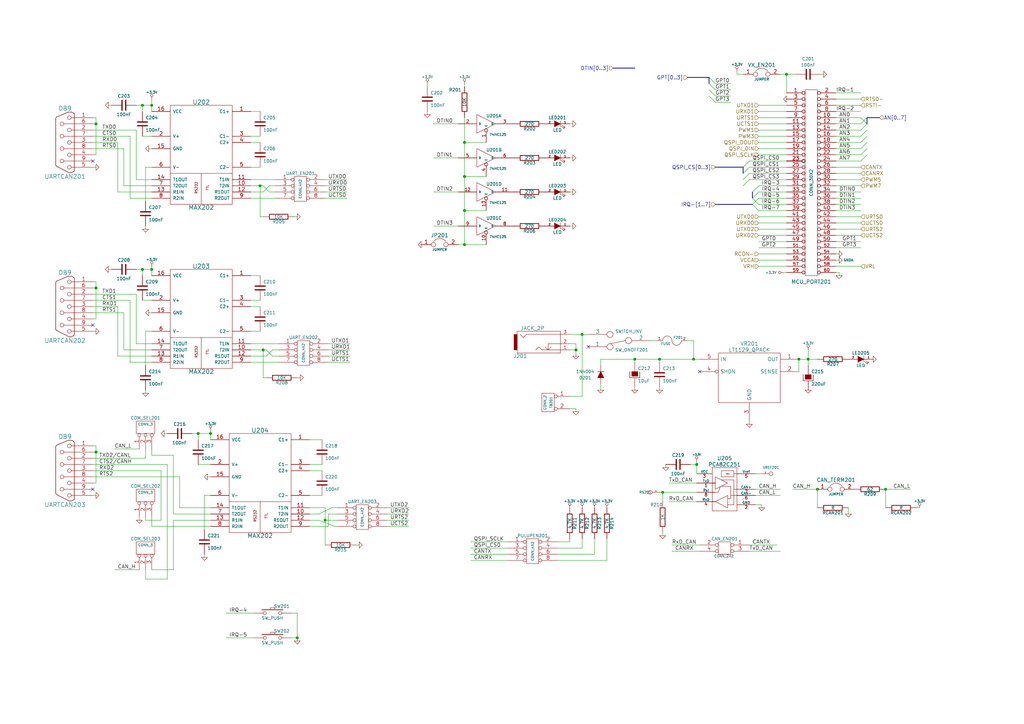
<source format=kicad_sch>
(kicad_sch (version 20210621) (generator eeschema)
  (paper "A3")
  (title_block (title "Dev kit coldfire 5213") (date "Sun 22 Mar 2015") (rev "0"))
  (junction (at 39.37 50.8) (diameter 1.016))
  (junction (at 39.37 118.11) (diameter 1.016))
  (junction (at 39.37 185.42) (diameter 1.016))
  (junction (at 58.42 43.18) (diameter 1.016))
  (junction (at 58.42 110.49) (diameter 1.016))
  (junction (at 62.23 43.18) (diameter 1.016))
  (junction (at 62.23 110.49) (diameter 1.016))
  (junction (at 81.28 177.8) (diameter 1.016))
  (junction (at 86.36 177.8) (diameter 1.016))
  (junction (at 106.68 76.2) (diameter 1.016))
  (junction (at 107.95 143.51) (diameter 1.016))
  (junction (at 121.92 261.62) (diameter 1.016))
  (junction (at 133.35 213.36) (diameter 1.016))
  (junction (at 190.5 58.42) (diameter 1.016))
  (junction (at 190.5 72.39) (diameter 1.016))
  (junction (at 190.5 86.36) (diameter 1.016))
  (junction (at 190.5 100.33) (diameter 1.016))
  (junction (at 236.22 143.51) (diameter 1.016))
  (junction (at 238.76 137.16) (diameter 1.016))
  (junction (at 260.35 147.32) (diameter 1.016))
  (junction (at 270.51 147.32) (diameter 1.016))
  (junction (at 271.78 201.93) (diameter 1.016))
  (junction (at 284.48 147.32) (diameter 1.016))
  (junction (at 285.75 190.5) (diameter 1.016))
  (junction (at 322.58 30.48) (diameter 1.016))
  (junction (at 327.66 147.32) (diameter 1.016))
  (junction (at 331.47 147.32) (diameter 1.016))
  (junction (at 335.28 200.66) (diameter 1.016))
  (junction (at 363.22 200.66) (diameter 1.016))
  (no_connect (at 38.1 66.04))
  (no_connect (at 38.1 133.35))
  (no_connect (at 38.1 200.66))
  (no_connect (at 241.3 142.24))
  (no_connect (at 287.02 152.4))
  (bus_entry (at 293.37 34.29) (size -2.54 -2.54) (stroke (width 0.1524)))
  (bus_entry (at 293.37 36.83) (size -2.54 -2.54) (stroke (width 0.1524)))
  (bus_entry (at 293.37 39.37) (size -2.54 -2.54) (stroke (width 0.1524)))
  (bus_entry (at 293.37 41.91) (size -2.54 -2.54) (stroke (width 0.1524)))
  (bus_entry (at 304.8 68.58) (size 2.54 -2.54) (stroke (width 0.1524)))
  (bus_entry (at 304.8 71.12) (size 2.54 -2.54) (stroke (width 0.1524)))
  (bus_entry (at 304.8 73.66) (size 2.54 -2.54) (stroke (width 0.1524)))
  (bus_entry (at 304.8 76.2) (size 2.54 -2.54) (stroke (width 0.1524)))
  (bus_entry (at 308.61 78.74) (size 2.54 -2.54) (stroke (width 0.1524)))
  (bus_entry (at 308.61 81.28) (size 2.54 -2.54) (stroke (width 0.1524)))
  (bus_entry (at 308.61 83.82) (size 2.54 -2.54) (stroke (width 0.1524)))
  (bus_entry (at 311.15 83.82) (size -2.54 -2.54) (stroke (width 0.1524)))
  (bus_entry (at 311.15 86.36) (size -2.54 -2.54) (stroke (width 0.1524)))
  (bus_entry (at 353.06 48.26) (size 2.54 2.54) (stroke (width 0.1524)))
  (bus_entry (at 353.06 50.8) (size 2.54 -2.54) (stroke (width 0.1524)))
  (bus_entry (at 353.06 53.34) (size 2.54 -2.54) (stroke (width 0.1524)))
  (bus_entry (at 353.06 55.88) (size 2.54 -2.54) (stroke (width 0.1524)))
  (bus_entry (at 353.06 58.42) (size 2.54 -2.54) (stroke (width 0.1524)))
  (bus_entry (at 353.06 60.96) (size 2.54 -2.54) (stroke (width 0.1524)))
  (bus_entry (at 353.06 63.5) (size 2.54 -2.54) (stroke (width 0.1524)))
  (bus_entry (at 353.06 66.04) (size 2.54 -2.54) (stroke (width 0.1524)))
  (wire (pts (xy 38.1 48.26) (xy 39.37 48.26)))
  (wire (pts (xy 38.1 50.8) (xy 39.37 50.8)))
  (wire (pts (xy 38.1 53.34) (xy 55.88 53.34)))
  (wire (pts (xy 38.1 58.42) (xy 48.26 58.42)))
  (wire (pts (xy 38.1 60.96) (xy 50.8 60.96)))
  (wire (pts (xy 38.1 115.57) (xy 39.37 115.57)))
  (wire (pts (xy 38.1 118.11) (xy 39.37 118.11)))
  (wire (pts (xy 38.1 120.65) (xy 55.88 120.65)))
  (wire (pts (xy 38.1 125.73) (xy 48.26 125.73)))
  (wire (pts (xy 38.1 128.27) (xy 50.8 128.27)))
  (wire (pts (xy 38.1 182.88) (xy 39.37 182.88)))
  (wire (pts (xy 38.1 185.42) (xy 39.37 185.42)))
  (wire (pts (xy 39.37 48.26) (xy 39.37 50.8)))
  (wire (pts (xy 39.37 50.8) (xy 39.37 63.5)))
  (wire (pts (xy 39.37 63.5) (xy 38.1 63.5)))
  (wire (pts (xy 39.37 68.58) (xy 38.1 68.58)))
  (wire (pts (xy 39.37 115.57) (xy 39.37 118.11)))
  (wire (pts (xy 39.37 118.11) (xy 39.37 130.81)))
  (wire (pts (xy 39.37 130.81) (xy 38.1 130.81)))
  (wire (pts (xy 39.37 135.89) (xy 38.1 135.89)))
  (wire (pts (xy 39.37 182.88) (xy 39.37 185.42)))
  (wire (pts (xy 39.37 185.42) (xy 39.37 198.12)))
  (wire (pts (xy 39.37 198.12) (xy 38.1 198.12)))
  (wire (pts (xy 39.37 203.2) (xy 38.1 203.2)))
  (wire (pts (xy 44.45 43.18) (xy 45.72 43.18)))
  (wire (pts (xy 44.45 110.49) (xy 45.72 110.49)))
  (wire (pts (xy 48.26 58.42) (xy 48.26 78.74)))
  (wire (pts (xy 48.26 78.74) (xy 62.23 78.74)))
  (wire (pts (xy 48.26 125.73) (xy 48.26 146.05)))
  (wire (pts (xy 48.26 146.05) (xy 62.23 146.05)))
  (wire (pts (xy 50.8 60.96) (xy 50.8 76.2)))
  (wire (pts (xy 50.8 76.2) (xy 62.23 76.2)))
  (wire (pts (xy 50.8 128.27) (xy 50.8 143.51)))
  (wire (pts (xy 50.8 143.51) (xy 62.23 143.51)))
  (wire (pts (xy 53.34 55.88) (xy 38.1 55.88)))
  (wire (pts (xy 53.34 81.28) (xy 53.34 55.88)))
  (wire (pts (xy 53.34 123.19) (xy 38.1 123.19)))
  (wire (pts (xy 53.34 148.59) (xy 53.34 123.19)))
  (wire (pts (xy 55.88 43.18) (xy 58.42 43.18)))
  (wire (pts (xy 55.88 53.34) (xy 55.88 73.66)))
  (wire (pts (xy 55.88 73.66) (xy 62.23 73.66)))
  (wire (pts (xy 55.88 110.49) (xy 58.42 110.49)))
  (wire (pts (xy 55.88 120.65) (xy 55.88 140.97)))
  (wire (pts (xy 55.88 140.97) (xy 62.23 140.97)))
  (wire (pts (xy 57.15 184.15) (xy 46.99 184.15)))
  (wire (pts (xy 57.15 213.36) (xy 57.15 212.09)))
  (wire (pts (xy 57.15 233.68) (xy 46.99 233.68)))
  (wire (pts (xy 58.42 43.18) (xy 62.23 43.18)))
  (wire (pts (xy 58.42 45.72) (xy 58.42 43.18)))
  (wire (pts (xy 58.42 110.49) (xy 62.23 110.49)))
  (wire (pts (xy 58.42 113.03) (xy 58.42 110.49)))
  (wire (pts (xy 59.69 68.58) (xy 62.23 68.58)))
  (wire (pts (xy 59.69 82.55) (xy 59.69 68.58)))
  (wire (pts (xy 59.69 92.71) (xy 59.69 93.98)))
  (wire (pts (xy 59.69 135.89) (xy 62.23 135.89)))
  (wire (pts (xy 59.69 149.86) (xy 59.69 135.89)))
  (wire (pts (xy 59.69 160.02) (xy 59.69 161.29)))
  (wire (pts (xy 59.69 184.15) (xy 59.69 187.96)))
  (wire (pts (xy 59.69 187.96) (xy 38.1 187.96)))
  (wire (pts (xy 59.69 212.09) (xy 59.69 213.36)))
  (wire (pts (xy 59.69 213.36) (xy 66.04 213.36)))
  (wire (pts (xy 59.69 233.68) (xy 59.69 237.49)))
  (wire (pts (xy 59.69 237.49) (xy 68.58 237.49)))
  (wire (pts (xy 60.96 60.96) (xy 62.23 60.96)))
  (wire (pts (xy 60.96 128.27) (xy 62.23 128.27)))
  (wire (pts (xy 62.23 40.64) (xy 62.23 43.18)))
  (wire (pts (xy 62.23 43.18) (xy 62.23 45.72)))
  (wire (pts (xy 62.23 55.88) (xy 58.42 55.88)))
  (wire (pts (xy 62.23 81.28) (xy 53.34 81.28)))
  (wire (pts (xy 62.23 109.22) (xy 62.23 110.49)))
  (wire (pts (xy 62.23 110.49) (xy 62.23 113.03)))
  (wire (pts (xy 62.23 123.19) (xy 58.42 123.19)))
  (wire (pts (xy 62.23 148.59) (xy 53.34 148.59)))
  (wire (pts (xy 62.23 186.69) (xy 62.23 184.15)))
  (wire (pts (xy 62.23 212.09) (xy 62.23 215.9)))
  (wire (pts (xy 62.23 215.9) (xy 86.36 215.9)))
  (wire (pts (xy 62.23 233.68) (xy 71.12 233.68)))
  (wire (pts (xy 66.04 193.04) (xy 38.1 193.04)))
  (wire (pts (xy 66.04 213.36) (xy 66.04 193.04)))
  (wire (pts (xy 67.31 177.8) (xy 68.58 177.8)))
  (wire (pts (xy 68.58 190.5) (xy 38.1 190.5)))
  (wire (pts (xy 68.58 237.49) (xy 68.58 190.5)))
  (wire (pts (xy 71.12 186.69) (xy 62.23 186.69)))
  (wire (pts (xy 71.12 210.82) (xy 71.12 186.69)))
  (wire (pts (xy 71.12 213.36) (xy 86.36 213.36)))
  (wire (pts (xy 71.12 233.68) (xy 71.12 213.36)))
  (wire (pts (xy 73.66 195.58) (xy 38.1 195.58)))
  (wire (pts (xy 73.66 208.28) (xy 73.66 195.58)))
  (wire (pts (xy 73.66 208.28) (xy 86.36 208.28)))
  (wire (pts (xy 78.74 177.8) (xy 81.28 177.8)))
  (wire (pts (xy 81.28 177.8) (xy 81.28 180.34)))
  (wire (pts (xy 81.28 177.8) (xy 86.36 177.8)))
  (wire (pts (xy 83.82 203.2) (xy 86.36 203.2)))
  (wire (pts (xy 83.82 217.17) (xy 83.82 203.2)))
  (wire (pts (xy 83.82 228.6) (xy 83.82 227.33)))
  (wire (pts (xy 85.09 195.58) (xy 86.36 195.58)))
  (wire (pts (xy 86.36 176.53) (xy 86.36 177.8)))
  (wire (pts (xy 86.36 177.8) (xy 86.36 180.34)))
  (wire (pts (xy 86.36 190.5) (xy 81.28 190.5)))
  (wire (pts (xy 86.36 210.82) (xy 71.12 210.82)))
  (wire (pts (xy 92.71 251.46) (xy 104.14 251.46)))
  (wire (pts (xy 92.71 261.62) (xy 104.14 261.62)))
  (wire (pts (xy 102.87 73.66) (xy 113.03 73.66)))
  (wire (pts (xy 102.87 76.2) (xy 106.68 76.2)))
  (wire (pts (xy 102.87 81.28) (xy 113.03 81.28)))
  (wire (pts (xy 102.87 140.97) (xy 114.3 140.97)))
  (wire (pts (xy 102.87 143.51) (xy 107.95 143.51)))
  (wire (pts (xy 102.87 148.59) (xy 114.3 148.59)))
  (wire (pts (xy 106.68 45.72) (xy 102.87 45.72)))
  (wire (pts (xy 106.68 55.88) (xy 102.87 55.88)))
  (wire (pts (xy 106.68 58.42) (xy 102.87 58.42)))
  (wire (pts (xy 106.68 68.58) (xy 102.87 68.58)))
  (wire (pts (xy 106.68 76.2) (xy 106.68 88.9)))
  (wire (pts (xy 106.68 76.2) (xy 107.95 76.2)))
  (wire (pts (xy 106.68 88.9) (xy 107.95 88.9)))
  (wire (pts (xy 106.68 113.03) (xy 102.87 113.03)))
  (wire (pts (xy 106.68 123.19) (xy 102.87 123.19)))
  (wire (pts (xy 106.68 125.73) (xy 102.87 125.73)))
  (wire (pts (xy 106.68 135.89) (xy 102.87 135.89)))
  (wire (pts (xy 107.95 78.74) (xy 102.87 78.74)))
  (wire (pts (xy 107.95 143.51) (xy 109.22 143.51)))
  (wire (pts (xy 107.95 154.94) (xy 107.95 143.51)))
  (wire (pts (xy 109.22 146.05) (xy 102.87 146.05)))
  (wire (pts (xy 109.22 154.94) (xy 107.95 154.94)))
  (wire (pts (xy 110.49 76.2) (xy 107.95 78.74)))
  (wire (pts (xy 110.49 78.74) (xy 107.95 76.2)))
  (wire (pts (xy 111.76 143.51) (xy 109.22 146.05)))
  (wire (pts (xy 111.76 146.05) (xy 109.22 143.51)))
  (wire (pts (xy 113.03 76.2) (xy 110.49 76.2)))
  (wire (pts (xy 113.03 78.74) (xy 110.49 78.74)))
  (wire (pts (xy 114.3 143.51) (xy 111.76 143.51)))
  (wire (pts (xy 114.3 146.05) (xy 111.76 146.05)))
  (wire (pts (xy 119.38 261.62) (xy 121.92 261.62)))
  (wire (pts (xy 120.65 88.9) (xy 121.92 88.9)))
  (wire (pts (xy 121.92 251.46) (xy 119.38 251.46)))
  (wire (pts (xy 121.92 251.46) (xy 121.92 261.62)))
  (wire (pts (xy 121.92 261.62) (xy 121.92 262.89)))
  (wire (pts (xy 123.19 154.94) (xy 121.92 154.94)))
  (wire (pts (xy 127 210.82) (xy 130.81 210.82)))
  (wire (pts (xy 127 215.9) (xy 134.62 215.9)))
  (wire (pts (xy 130.81 213.36) (xy 127 213.36)))
  (wire (pts (xy 132.08 180.34) (xy 127 180.34)))
  (wire (pts (xy 132.08 190.5) (xy 127 190.5)))
  (wire (pts (xy 132.08 193.04) (xy 127 193.04)))
  (wire (pts (xy 132.08 203.2) (xy 127 203.2)))
  (wire (pts (xy 133.35 208.28) (xy 127 208.28)))
  (wire (pts (xy 133.35 208.28) (xy 133.35 213.36)))
  (wire (pts (xy 133.35 213.36) (xy 133.35 223.52)))
  (wire (pts (xy 134.62 210.82) (xy 138.43 210.82)))
  (wire (pts (xy 134.62 215.9) (xy 134.62 210.82)))
  (wire (pts (xy 135.89 208.28) (xy 130.81 210.82)))
  (wire (pts (xy 137.16 215.9) (xy 130.81 213.36)))
  (wire (pts (xy 138.43 208.28) (xy 135.89 208.28)))
  (wire (pts (xy 138.43 213.36) (xy 133.35 213.36)))
  (wire (pts (xy 138.43 215.9) (xy 137.16 215.9)))
  (wire (pts (xy 142.24 73.66) (xy 133.35 73.66)))
  (wire (pts (xy 142.24 76.2) (xy 133.35 76.2)))
  (wire (pts (xy 142.24 78.74) (xy 133.35 78.74)))
  (wire (pts (xy 142.24 81.28) (xy 133.35 81.28)))
  (wire (pts (xy 143.51 140.97) (xy 134.62 140.97)))
  (wire (pts (xy 143.51 143.51) (xy 134.62 143.51)))
  (wire (pts (xy 143.51 146.05) (xy 134.62 146.05)))
  (wire (pts (xy 143.51 148.59) (xy 134.62 148.59)))
  (wire (pts (xy 147.32 223.52) (xy 146.05 223.52)))
  (wire (pts (xy 167.64 208.28) (xy 158.75 208.28)))
  (wire (pts (xy 167.64 210.82) (xy 158.75 210.82)))
  (wire (pts (xy 167.64 213.36) (xy 158.75 213.36)))
  (wire (pts (xy 167.64 215.9) (xy 158.75 215.9)))
  (wire (pts (xy 175.26 34.29) (xy 175.26 35.56)))
  (wire (pts (xy 175.26 45.72) (xy 175.26 46.99)))
  (wire (pts (xy 187.96 50.8) (xy 177.8 50.8)))
  (wire (pts (xy 187.96 64.77) (xy 177.8 64.77)))
  (wire (pts (xy 187.96 78.74) (xy 177.8 78.74)))
  (wire (pts (xy 187.96 92.71) (xy 177.8 92.71)))
  (wire (pts (xy 187.96 100.33) (xy 190.5 100.33)))
  (wire (pts (xy 190.5 34.29) (xy 190.5 35.56)))
  (wire (pts (xy 190.5 48.26) (xy 190.5 58.42)))
  (wire (pts (xy 190.5 58.42) (xy 190.5 72.39)))
  (wire (pts (xy 190.5 72.39) (xy 190.5 86.36)))
  (wire (pts (xy 190.5 72.39) (xy 199.39 72.39)))
  (wire (pts (xy 190.5 86.36) (xy 190.5 100.33)))
  (wire (pts (xy 190.5 86.36) (xy 199.39 86.36)))
  (wire (pts (xy 190.5 100.33) (xy 199.39 100.33)))
  (wire (pts (xy 199.39 58.42) (xy 190.5 58.42)))
  (wire (pts (xy 208.28 222.25) (xy 193.04 222.25)))
  (wire (pts (xy 208.28 224.79) (xy 193.04 224.79)))
  (wire (pts (xy 208.28 227.33) (xy 193.04 227.33)))
  (wire (pts (xy 208.28 229.87) (xy 193.04 229.87)))
  (wire (pts (xy 228.6 224.79) (xy 238.76 224.79)))
  (wire (pts (xy 228.6 229.87) (xy 248.92 229.87)))
  (wire (pts (xy 233.68 137.16) (xy 238.76 137.16)))
  (wire (pts (xy 233.68 143.51) (xy 236.22 143.51)))
  (wire (pts (xy 233.68 220.98) (xy 233.68 222.25)))
  (wire (pts (xy 233.68 222.25) (xy 228.6 222.25)))
  (wire (pts (xy 234.95 50.8) (xy 233.68 50.8)))
  (wire (pts (xy 234.95 64.77) (xy 233.68 64.77)))
  (wire (pts (xy 234.95 78.74) (xy 233.68 78.74)))
  (wire (pts (xy 234.95 92.71) (xy 233.68 92.71)))
  (wire (pts (xy 236.22 140.97) (xy 233.68 140.97)))
  (wire (pts (xy 236.22 140.97) (xy 236.22 143.51)))
  (wire (pts (xy 236.22 143.51) (xy 236.22 146.05)))
  (wire (pts (xy 236.22 167.64) (xy 233.68 167.64)))
  (wire (pts (xy 236.22 168.91) (xy 236.22 167.64)))
  (wire (pts (xy 238.76 137.16) (xy 241.3 137.16)))
  (wire (pts (xy 238.76 162.56) (xy 233.68 162.56)))
  (wire (pts (xy 238.76 162.56) (xy 238.76 137.16)))
  (wire (pts (xy 238.76 224.79) (xy 238.76 220.98)))
  (wire (pts (xy 243.84 220.98) (xy 243.84 227.33)))
  (wire (pts (xy 243.84 227.33) (xy 228.6 227.33)))
  (wire (pts (xy 246.38 147.32) (xy 246.38 149.86)))
  (wire (pts (xy 246.38 147.32) (xy 260.35 147.32)))
  (wire (pts (xy 246.38 160.02) (xy 246.38 157.48)))
  (wire (pts (xy 248.92 229.87) (xy 248.92 220.98)))
  (wire (pts (xy 260.35 147.32) (xy 260.35 148.59)))
  (wire (pts (xy 260.35 147.32) (xy 270.51 147.32)))
  (wire (pts (xy 260.35 160.02) (xy 260.35 158.75)))
  (wire (pts (xy 269.24 139.7) (xy 266.7 139.7)))
  (wire (pts (xy 270.51 147.32) (xy 270.51 148.59)))
  (wire (pts (xy 270.51 147.32) (xy 284.48 147.32)))
  (wire (pts (xy 270.51 160.02) (xy 270.51 158.75)))
  (wire (pts (xy 270.51 201.93) (xy 271.78 201.93)))
  (wire (pts (xy 271.78 201.93) (xy 285.75 201.93)))
  (wire (pts (xy 271.78 205.74) (xy 271.78 201.93)))
  (wire (pts (xy 271.78 219.71) (xy 271.78 218.44)))
  (wire (pts (xy 273.05 190.5) (xy 273.05 191.77)))
  (wire (pts (xy 274.32 198.12) (xy 285.75 198.12)))
  (wire (pts (xy 275.59 223.52) (xy 287.02 223.52)))
  (wire (pts (xy 281.94 139.7) (xy 284.48 139.7)))
  (wire (pts (xy 283.21 190.5) (xy 285.75 190.5)))
  (wire (pts (xy 284.48 139.7) (xy 284.48 147.32)))
  (wire (pts (xy 284.48 147.32) (xy 287.02 147.32)))
  (wire (pts (xy 285.75 189.23) (xy 285.75 190.5)))
  (wire (pts (xy 285.75 190.5) (xy 285.75 194.31)))
  (wire (pts (xy 285.75 205.74) (xy 274.32 205.74)))
  (wire (pts (xy 287.02 226.06) (xy 275.59 226.06)))
  (wire (pts (xy 299.72 34.29) (xy 293.37 34.29)))
  (wire (pts (xy 299.72 36.83) (xy 293.37 36.83)))
  (wire (pts (xy 299.72 39.37) (xy 293.37 39.37)))
  (wire (pts (xy 299.72 41.91) (xy 293.37 41.91)))
  (wire (pts (xy 302.26 29.21) (xy 302.26 30.48)))
  (wire (pts (xy 302.26 30.48) (xy 304.8 30.48)))
  (wire (pts (xy 307.34 66.04) (xy 322.58 66.04)))
  (wire (pts (xy 307.34 68.58) (xy 322.58 68.58)))
  (wire (pts (xy 307.34 71.12) (xy 322.58 71.12)))
  (wire (pts (xy 307.34 73.66) (xy 322.58 73.66)))
  (wire (pts (xy 307.34 172.72) (xy 307.34 173.99)))
  (wire (pts (xy 307.34 226.06) (xy 320.04 226.06)))
  (wire (pts (xy 311.15 43.18) (xy 322.58 43.18)))
  (wire (pts (xy 311.15 45.72) (xy 322.58 45.72)))
  (wire (pts (xy 311.15 48.26) (xy 322.58 48.26)))
  (wire (pts (xy 311.15 50.8) (xy 322.58 50.8)))
  (wire (pts (xy 311.15 53.34) (xy 322.58 53.34)))
  (wire (pts (xy 311.15 55.88) (xy 322.58 55.88)))
  (wire (pts (xy 311.15 58.42) (xy 322.58 58.42)))
  (wire (pts (xy 311.15 60.96) (xy 322.58 60.96)))
  (wire (pts (xy 311.15 63.5) (xy 322.58 63.5)))
  (wire (pts (xy 311.15 76.2) (xy 322.58 76.2)))
  (wire (pts (xy 311.15 78.74) (xy 322.58 78.74)))
  (wire (pts (xy 311.15 81.28) (xy 322.58 81.28)))
  (wire (pts (xy 311.15 83.82) (xy 322.58 83.82)))
  (wire (pts (xy 311.15 86.36) (xy 322.58 86.36)))
  (wire (pts (xy 311.15 88.9) (xy 322.58 88.9)))
  (wire (pts (xy 311.15 91.44) (xy 322.58 91.44)))
  (wire (pts (xy 311.15 93.98) (xy 322.58 93.98)))
  (wire (pts (xy 311.15 96.52) (xy 322.58 96.52)))
  (wire (pts (xy 311.15 99.06) (xy 322.58 99.06)))
  (wire (pts (xy 311.15 101.6) (xy 322.58 101.6)))
  (wire (pts (xy 311.15 104.14) (xy 322.58 104.14)))
  (wire (pts (xy 311.15 106.68) (xy 322.58 106.68)))
  (wire (pts (xy 311.15 109.22) (xy 322.58 109.22)))
  (wire (pts (xy 312.42 194.31) (xy 309.88 194.31)))
  (wire (pts (xy 312.42 207.01) (xy 309.88 207.01)))
  (wire (pts (xy 312.42 208.28) (xy 312.42 207.01)))
  (wire (pts (xy 318.77 223.52) (xy 307.34 223.52)))
  (wire (pts (xy 320.04 30.48) (xy 322.58 30.48)))
  (wire (pts (xy 320.04 200.66) (xy 309.88 200.66)))
  (wire (pts (xy 320.04 203.2) (xy 309.88 203.2)))
  (wire (pts (xy 321.31 111.76) (xy 322.58 111.76)))
  (wire (pts (xy 322.58 30.48) (xy 326.39 30.48)))
  (wire (pts (xy 322.58 38.1) (xy 322.58 30.48)))
  (wire (pts (xy 325.12 200.66) (xy 335.28 200.66)))
  (wire (pts (xy 327.66 147.32) (xy 327.66 152.4)))
  (wire (pts (xy 327.66 147.32) (xy 331.47 147.32)))
  (wire (pts (xy 331.47 143.51) (xy 331.47 147.32)))
  (wire (pts (xy 331.47 147.32) (xy 331.47 149.86)))
  (wire (pts (xy 331.47 147.32) (xy 335.28 147.32)))
  (wire (pts (xy 335.28 200.66) (xy 335.28 208.28)))
  (wire (pts (xy 337.82 30.48) (xy 336.55 30.48)))
  (wire (pts (xy 342.9 40.64) (xy 353.06 40.64)))
  (wire (pts (xy 342.9 43.18) (xy 353.06 43.18)))
  (wire (pts (xy 342.9 68.58) (xy 353.06 68.58)))
  (wire (pts (xy 342.9 71.12) (xy 353.06 71.12)))
  (wire (pts (xy 344.17 104.14) (xy 342.9 104.14)))
  (wire (pts (xy 344.17 106.68) (xy 342.9 106.68)))
  (wire (pts (xy 344.17 111.76) (xy 342.9 111.76)))
  (wire (pts (xy 344.17 113.03) (xy 344.17 111.76)))
  (wire (pts (xy 347.98 208.28) (xy 347.98 210.82)))
  (wire (pts (xy 353.06 38.1) (xy 342.9 38.1)))
  (wire (pts (xy 353.06 45.72) (xy 342.9 45.72)))
  (wire (pts (xy 353.06 48.26) (xy 342.9 48.26)))
  (wire (pts (xy 353.06 50.8) (xy 342.9 50.8)))
  (wire (pts (xy 353.06 53.34) (xy 342.9 53.34)))
  (wire (pts (xy 353.06 55.88) (xy 342.9 55.88)))
  (wire (pts (xy 353.06 58.42) (xy 342.9 58.42)))
  (wire (pts (xy 353.06 60.96) (xy 342.9 60.96)))
  (wire (pts (xy 353.06 63.5) (xy 342.9 63.5)))
  (wire (pts (xy 353.06 66.04) (xy 342.9 66.04)))
  (wire (pts (xy 353.06 73.66) (xy 342.9 73.66)))
  (wire (pts (xy 353.06 76.2) (xy 342.9 76.2)))
  (wire (pts (xy 353.06 78.74) (xy 342.9 78.74)))
  (wire (pts (xy 353.06 81.28) (xy 342.9 81.28)))
  (wire (pts (xy 353.06 83.82) (xy 342.9 83.82)))
  (wire (pts (xy 353.06 86.36) (xy 342.9 86.36)))
  (wire (pts (xy 353.06 88.9) (xy 342.9 88.9)))
  (wire (pts (xy 353.06 91.44) (xy 342.9 91.44)))
  (wire (pts (xy 353.06 93.98) (xy 342.9 93.98)))
  (wire (pts (xy 353.06 96.52) (xy 342.9 96.52)))
  (wire (pts (xy 353.06 99.06) (xy 342.9 99.06)))
  (wire (pts (xy 353.06 101.6) (xy 342.9 101.6)))
  (wire (pts (xy 353.06 109.22) (xy 342.9 109.22)))
  (wire (pts (xy 363.22 200.66) (xy 373.38 200.66)))
  (wire (pts (xy 363.22 208.28) (xy 363.22 200.66)))
  (wire (pts (xy 375.92 208.28) (xy 377.19 208.28)))
  (bus (pts (xy 251.46 27.94) (xy 260.35 27.94)))
  (bus (pts (xy 281.94 31.75) (xy 290.83 31.75)))
  (bus (pts (xy 290.83 31.75) (xy 290.83 39.37)))
  (bus (pts (xy 293.37 68.58) (xy 304.8 68.58)))
  (bus (pts (xy 293.37 83.82) (xy 308.61 83.82)))
  (bus (pts (xy 304.8 68.58) (xy 304.8 76.2)))
  (bus (pts (xy 308.61 78.74) (xy 308.61 83.82)))
  (bus (pts (xy 355.6 48.26) (xy 355.6 63.5)))
  (bus (pts (xy 360.68 48.26) (xy 355.6 48.26)))
  (label "TXD2/CANL" (at 40.64 187.96 0) (effects (font (size 1.524 1.524))))
  (label "CTS2/CANH" (at 40.64 190.5 0) (effects (font (size 1.524 1.524))))
  (label "RXD2" (at 40.64 193.04 0) (effects (font (size 1.524 1.524))))
  (label "RTS2" (at 40.64 195.58 0) (effects (font (size 1.524 1.524))))
  (label "TXD0" (at 41.91 53.34 0) (effects (font (size 1.524 1.524))))
  (label "CTS0" (at 41.91 55.88 0) (effects (font (size 1.524 1.524))))
  (label "RXD0" (at 41.91 58.42 0) (effects (font (size 1.524 1.524))))
  (label "RTS0" (at 41.91 60.96 0) (effects (font (size 1.524 1.524))))
  (label "TXD1" (at 41.91 120.65 0) (effects (font (size 1.524 1.524))))
  (label "CTS1" (at 41.91 123.19 0) (effects (font (size 1.524 1.524))))
  (label "RXD1" (at 41.91 125.73 0) (effects (font (size 1.524 1.524))))
  (label "RTS1" (at 41.91 128.27 0) (effects (font (size 1.524 1.524))))
  (label "CAN_L" (at 46.99 184.15 0) (effects (font (size 1.524 1.524))))
  (label "CAN_H" (at 48.26 233.68 0) (effects (font (size 1.524 1.524))))
  (label "IRQ-4" (at 93.98 251.46 0) (effects (font (size 1.524 1.524))))
  (label "IRQ-5" (at 93.98 261.62 0) (effects (font (size 1.524 1.524))))
  (label "UTXD0" (at 134.62 73.66 0) (effects (font (size 1.524 1.524))))
  (label "URXD0" (at 134.62 76.2 0) (effects (font (size 1.524 1.524))))
  (label "URTS0" (at 134.62 78.74 0) (effects (font (size 1.524 1.524))))
  (label "UCTS0" (at 134.62 81.28 0) (effects (font (size 1.524 1.524))))
  (label "UTXD1" (at 135.89 140.97 0) (effects (font (size 1.524 1.524))))
  (label "URXD1" (at 135.89 143.51 0) (effects (font (size 1.524 1.524))))
  (label "URTS1" (at 135.89 146.05 0) (effects (font (size 1.524 1.524))))
  (label "UCTS1" (at 135.89 148.59 0) (effects (font (size 1.524 1.524))))
  (label "UTXD2" (at 160.02 208.28 0) (effects (font (size 1.524 1.524))))
  (label "URXD2" (at 160.02 210.82 0) (effects (font (size 1.524 1.524))))
  (label "URTS2" (at 160.02 213.36 0) (effects (font (size 1.524 1.524))))
  (label "UCTS2" (at 160.02 215.9 0) (effects (font (size 1.524 1.524))))
  (label "DTIN0" (at 179.07 50.8 0) (effects (font (size 1.524 1.524))))
  (label "DTIN1" (at 179.07 64.77 0) (effects (font (size 1.524 1.524))))
  (label "DTIN2" (at 179.07 78.74 0) (effects (font (size 1.524 1.524))))
  (label "DTIN3" (at 179.07 92.71 0) (effects (font (size 1.524 1.524))))
  (label "QSPI_SCLK" (at 194.31 222.25 0) (effects (font (size 1.524 1.524))))
  (label "QSPI_CS0" (at 194.31 224.79 0) (effects (font (size 1.524 1.524))))
  (label "CANTX" (at 194.31 227.33 0) (effects (font (size 1.524 1.524))))
  (label "CANRX" (at 194.31 229.87 0) (effects (font (size 1.524 1.524))))
  (label "TxD_CAN" (at 274.32 198.12 0) (effects (font (size 1.524 1.524))))
  (label "RxD_CAN" (at 274.32 205.74 0) (effects (font (size 1.524 1.524))))
  (label "RxD_CAN" (at 275.59 223.52 0) (effects (font (size 1.524 1.524))))
  (label "CANRX" (at 276.86 226.06 0) (effects (font (size 1.524 1.524))))
  (label "GPT0" (at 293.37 34.29 0) (effects (font (size 1.524 1.524))))
  (label "GPT1" (at 293.37 36.83 0) (effects (font (size 1.524 1.524))))
  (label "GPT2" (at 293.37 39.37 0) (effects (font (size 1.524 1.524))))
  (label "GPT3" (at 293.37 41.91 0) (effects (font (size 1.524 1.524))))
  (label "TxD_CAN" (at 307.34 226.06 0) (effects (font (size 1.524 1.524))))
  (label "QSPI_CS0" (at 308.61 66.04 0) (effects (font (size 1.524 1.524))))
  (label "QSPI_CS1" (at 308.61 68.58 0) (effects (font (size 1.524 1.524))))
  (label "QSPI_CS2" (at 308.61 71.12 0) (effects (font (size 1.524 1.524))))
  (label "QSPI_CS3" (at 308.61 73.66 0) (effects (font (size 1.524 1.524))))
  (label "CANTX" (at 308.61 223.52 0) (effects (font (size 1.524 1.524))))
  (label "CAN_H" (at 311.15 200.66 0) (effects (font (size 1.524 1.524))))
  (label "CAN_L" (at 311.15 203.2 0) (effects (font (size 1.524 1.524))))
  (label "IRQ-3" (at 312.42 76.2 0) (effects (font (size 1.524 1.524))))
  (label "IRQ-4" (at 312.42 78.74 0) (effects (font (size 1.524 1.524))))
  (label "IRQ-5" (at 312.42 81.28 0) (effects (font (size 1.524 1.524))))
  (label "IRQ-6" (at 312.42 83.82 0) (effects (font (size 1.524 1.524))))
  (label "IRQ-7" (at 312.42 86.36 0) (effects (font (size 1.524 1.524))))
  (label "GPT0" (at 312.42 99.06 0) (effects (font (size 1.524 1.524))))
  (label "GPT2" (at 312.42 101.6 0) (effects (font (size 1.524 1.524))))
  (label "CAN_H" (at 325.12 200.66 0) (effects (font (size 1.524 1.524))))
  (label "IRQ-1" (at 342.9 38.1 0) (effects (font (size 1.524 1.524))))
  (label "IRQ-2" (at 342.9 45.72 0) (effects (font (size 1.524 1.524))))
  (label "AN0" (at 344.17 48.26 0) (effects (font (size 1.524 1.524))))
  (label "AN1" (at 344.17 50.8 0) (effects (font (size 1.524 1.524))))
  (label "AN2" (at 344.17 53.34 0) (effects (font (size 1.524 1.524))))
  (label "AN3" (at 344.17 55.88 0) (effects (font (size 1.524 1.524))))
  (label "AN4" (at 344.17 58.42 0) (effects (font (size 1.524 1.524))))
  (label "AN5" (at 344.17 60.96 0) (effects (font (size 1.524 1.524))))
  (label "AN6" (at 344.17 63.5 0) (effects (font (size 1.524 1.524))))
  (label "AN7" (at 344.17 66.04 0) (effects (font (size 1.524 1.524))))
  (label "DTIN0" (at 344.17 78.74 0) (effects (font (size 1.524 1.524))))
  (label "DTIN1" (at 344.17 81.28 0) (effects (font (size 1.524 1.524))))
  (label "DTIN2" (at 344.17 83.82 0) (effects (font (size 1.524 1.524))))
  (label "DTIN3" (at 344.17 86.36 0) (effects (font (size 1.524 1.524))))
  (label "GPT1" (at 345.44 99.06 0) (effects (font (size 1.524 1.524))))
  (label "GPT3" (at 345.44 101.6 0) (effects (font (size 1.524 1.524))))
  (label "CAN_L" (at 373.38 200.66 180) (effects (font (size 1.524 1.524))))
  (hierarchical_label "DTIN[0..3]" (shape input) (at 251.46 27.94 180) (effects (font (size 1.524 1.524))))
  (hierarchical_label "GPT[0..3]" (shape input) (at 281.94 31.75 180) (effects (font (size 1.524 1.524))))
  (hierarchical_label "QSPI_CS[0..3]" (shape input) (at 293.37 68.58 180) (effects (font (size 1.524 1.524))))
  (hierarchical_label "IRQ-[1..7]" (shape input) (at 293.37 83.82 180) (effects (font (size 1.524 1.524))))
  (hierarchical_label "UTXD1" (shape input) (at 311.15 43.18 180) (effects (font (size 1.524 1.524))))
  (hierarchical_label "URXD1" (shape input) (at 311.15 45.72 180) (effects (font (size 1.524 1.524))))
  (hierarchical_label "URTS1" (shape input) (at 311.15 48.26 180) (effects (font (size 1.524 1.524))))
  (hierarchical_label "UCTS1" (shape input) (at 311.15 50.8 180) (effects (font (size 1.524 1.524))))
  (hierarchical_label "PWM1" (shape input) (at 311.15 53.34 180) (effects (font (size 1.524 1.524))))
  (hierarchical_label "PWM3" (shape input) (at 311.15 55.88 180) (effects (font (size 1.524 1.524))))
  (hierarchical_label "QSPI_DOUT" (shape input) (at 311.15 58.42 180) (effects (font (size 1.524 1.524))))
  (hierarchical_label "QSPI_DIN" (shape input) (at 311.15 60.96 180) (effects (font (size 1.524 1.524))))
  (hierarchical_label "QSPI_SCLK" (shape input) (at 311.15 63.5 180) (effects (font (size 1.524 1.524))))
  (hierarchical_label "UTXD0" (shape input) (at 311.15 88.9 180) (effects (font (size 1.524 1.524))))
  (hierarchical_label "URXD0" (shape input) (at 311.15 91.44 180) (effects (font (size 1.524 1.524))))
  (hierarchical_label "UTXD2" (shape input) (at 311.15 93.98 180) (effects (font (size 1.524 1.524))))
  (hierarchical_label "URXD2" (shape input) (at 311.15 96.52 180) (effects (font (size 1.524 1.524))))
  (hierarchical_label "RCON-" (shape input) (at 311.15 104.14 180) (effects (font (size 1.524 1.524))))
  (hierarchical_label "VCCA" (shape input) (at 311.15 106.68 180) (effects (font (size 1.524 1.524))))
  (hierarchical_label "VRH" (shape input) (at 311.15 109.22 180) (effects (font (size 1.524 1.524))))
  (hierarchical_label "RTS0-" (shape input) (at 353.06 40.64 0) (effects (font (size 1.524 1.524))))
  (hierarchical_label "RSTI-" (shape input) (at 353.06 43.18 0) (effects (font (size 1.524 1.524))))
  (hierarchical_label "CANTX" (shape input) (at 353.06 68.58 0) (effects (font (size 1.524 1.524))))
  (hierarchical_label "CANRX" (shape input) (at 353.06 71.12 0) (effects (font (size 1.524 1.524))))
  (hierarchical_label "PWM5" (shape input) (at 353.06 73.66 0) (effects (font (size 1.524 1.524))))
  (hierarchical_label "PWM7" (shape input) (at 353.06 76.2 0) (effects (font (size 1.524 1.524))))
  (hierarchical_label "URTS0" (shape input) (at 353.06 88.9 0) (effects (font (size 1.524 1.524))))
  (hierarchical_label "UCTS0" (shape input) (at 353.06 91.44 0) (effects (font (size 1.524 1.524))))
  (hierarchical_label "URTS2" (shape input) (at 353.06 93.98 0) (effects (font (size 1.524 1.524))))
  (hierarchical_label "UCTS2" (shape input) (at 353.06 96.52 0) (effects (font (size 1.524 1.524))))
  (hierarchical_label "VRL" (shape input) (at 353.06 109.22 0) (effects (font (size 1.524 1.524))))
  (hierarchical_label "AN[0..7]" (shape input) (at 360.68 48.26 0) (effects (font (size 1.524 1.524))))
  (symbol (lib_id "kit-coldfire_schlib:+3.3V") (at 62.23 40.64 0) (unit 1)
    (property "Reference" "#PWR0205" (effects hide))
    (property "Value" "+3.3V" (at 62.23 37.846 0) (effects (font (size 1.016 1.016))))
  )
  (symbol (lib_id "kit-coldfire_schlib:+3.3V") (at 62.23 109.22 0) (unit 1)
    (property "Reference" "#PWR0220" (effects hide))
    (property "Value" "+3.3V" (at 62.23 106.426 0) (effects (font (size 1.016 1.016))))
  )
  (symbol (lib_id "kit-coldfire_schlib:+3.3V") (at 86.36 176.53 0) (unit 1)
    (property "Reference" "#PWR0237" (effects hide))
    (property "Value" "+3.3V" (at 86.36 173.736 0) (effects (font (size 1.016 1.016))))
  )
  (symbol (lib_id "kit-coldfire_schlib:+3.3V") (at 175.26 34.29 0) (unit 1)
    (property "Reference" "#PWR0203" (effects hide))
    (property "Value" "+3.3V" (at 175.26 31.496 0) (effects (font (size 1.016 1.016))))
  )
  (symbol (lib_id "kit-coldfire_schlib:+3.3V") (at 190.5 34.29 0) (unit 1)
    (property "Reference" "#PWR0204" (effects hide))
    (property "Value" "+3.3V" (at 190.5 31.496 0) (effects (font (size 1.016 1.016))))
  )
  (symbol (lib_id "kit-coldfire_schlib:+3.3V") (at 233.68 208.28 0) (unit 1)
    (property "Reference" "#PWR0243" (effects hide))
    (property "Value" "+3.3V" (at 233.68 205.486 0) (effects (font (size 1.016 1.016))))
  )
  (symbol (lib_id "kit-coldfire_schlib:+3.3V") (at 238.76 208.28 0) (unit 1)
    (property "Reference" "#PWR0244" (effects hide))
    (property "Value" "+3.3V" (at 238.76 205.486 0) (effects (font (size 1.016 1.016))))
  )
  (symbol (lib_id "kit-coldfire_schlib:+3.3V") (at 243.84 208.28 0) (unit 1)
    (property "Reference" "#PWR0245" (effects hide))
    (property "Value" "+3.3V" (at 243.84 205.486 0) (effects (font (size 1.016 1.016))))
  )
  (symbol (lib_id "kit-coldfire_schlib:+3.3V") (at 248.92 208.28 0) (unit 1)
    (property "Reference" "#PWR0246" (effects hide))
    (property "Value" "+3.3V" (at 248.92 205.486 0) (effects (font (size 1.016 1.016))))
  )
  (symbol (lib_id "kit-coldfire_schlib:+3.3V") (at 285.75 189.23 0) (unit 1)
    (property "Reference" "#PWR0239" (effects hide))
    (property "Value" "+3.3V" (at 285.75 186.436 0) (effects (font (size 0.762 0.762))))
  )
  (symbol (lib_id "kit-coldfire_schlib:+3.3V") (at 302.26 29.21 0) (unit 1)
    (property "Reference" "#PWR0201" (effects hide))
    (property "Value" "+3.3V" (at 302.26 26.416 0) (effects (font (size 1.016 1.016))))
  )
  (symbol (lib_id "kit-coldfire_schlib:+3.3V") (at 321.31 111.76 90) (unit 1)
    (property "Reference" "#PWR0222" (effects hide))
    (property "Value" "+3.3V" (at 316.23 111.76 90) (effects (font (size 1.016 1.016))))
  )
  (symbol (lib_id "kit-coldfire_schlib:+3.3V") (at 331.47 143.51 0) (unit 1)
    (property "Reference" "#PWR0226" (effects hide))
    (property "Value" "+3.3V" (at 331.47 140.716 0) (effects (font (size 1.016 1.016))))
  )
  (symbol (lib_id "kit-coldfire_schlib:+3.3V") (at 377.19 208.28 0) (unit 1)
    (property "Reference" "#PWR0248" (effects hide))
    (property "Value" "+3.3V" (at 377.19 205.486 0) (effects (font (size 1.016 1.016))))
  )
  (symbol (lib_id "kit-coldfire_schlib:GND") (at 39.37 68.58 90) (unit 1)
    (property "Reference" "#PWR0212" (effects hide))
    (property "Value" "GND" (effects hide))
  )
  (symbol (lib_id "kit-coldfire_schlib:GND") (at 39.37 135.89 90) (unit 1)
    (property "Reference" "#PWR0225" (effects hide))
    (property "Value" "GND" (effects hide))
  )
  (symbol (lib_id "kit-coldfire_schlib:GND") (at 39.37 203.2 90) (unit 1)
    (property "Reference" "#PWR0242" (effects hide))
    (property "Value" "GND" (effects hide))
  )
  (symbol (lib_id "kit-coldfire_schlib:GND") (at 44.45 43.18 270) (unit 1)
    (property "Reference" "#PWR0207" (effects hide))
    (property "Value" "GND" (effects hide))
  )
  (symbol (lib_id "kit-coldfire_schlib:GND") (at 44.45 110.49 270) (unit 1)
    (property "Reference" "#PWR0221" (effects hide))
    (property "Value" "GND" (effects hide))
  )
  (symbol (lib_id "kit-coldfire_schlib:GND") (at 57.15 213.36 0) (unit 1)
    (property "Reference" "#PWR0250" (effects hide))
    (property "Value" "GND" (effects hide))
  )
  (symbol (lib_id "kit-coldfire_schlib:GND") (at 59.69 93.98 0) (unit 1)
    (property "Reference" "#PWR0216" (effects hide))
    (property "Value" "GND" (effects hide))
  )
  (symbol (lib_id "kit-coldfire_schlib:GND") (at 59.69 161.29 0) (unit 1)
    (property "Reference" "#PWR0234" (effects hide))
    (property "Value" "GND" (effects hide))
  )
  (symbol (lib_id "kit-coldfire_schlib:GND") (at 60.96 60.96 270) (unit 1)
    (property "Reference" "#PWR0210" (effects hide))
    (property "Value" "GND" (effects hide))
  )
  (symbol (lib_id "kit-coldfire_schlib:GND") (at 60.96 128.27 270) (unit 1)
    (property "Reference" "#PWR0224" (effects hide))
    (property "Value" "GND" (effects hide))
  )
  (symbol (lib_id "kit-coldfire_schlib:GND") (at 67.31 177.8 270) (unit 1)
    (property "Reference" "#PWR0238" (effects hide))
    (property "Value" "GND" (effects hide))
  )
  (symbol (lib_id "kit-coldfire_schlib:GND") (at 83.82 228.6 0) (unit 1)
    (property "Reference" "#PWR0253" (effects hide))
    (property "Value" "GND" (effects hide))
  )
  (symbol (lib_id "kit-coldfire_schlib:GND") (at 85.09 195.58 270) (unit 1)
    (property "Reference" "#PWR0241" (effects hide))
    (property "Value" "GND" (effects hide))
  )
  (symbol (lib_id "kit-coldfire_schlib:GND") (at 121.92 88.9 90) (unit 1)
    (property "Reference" "#PWR0214" (effects hide))
    (property "Value" "GND" (effects hide))
  )
  (symbol (lib_id "kit-coldfire_schlib:GND") (at 121.92 262.89 0) (unit 1)
    (property "Reference" "#PWR0254" (effects hide))
    (property "Value" "GND" (effects hide))
  )
  (symbol (lib_id "kit-coldfire_schlib:GND") (at 123.19 154.94 90) (unit 1)
    (property "Reference" "#PWR0229" (effects hide))
    (property "Value" "GND" (effects hide))
  )
  (symbol (lib_id "kit-coldfire_schlib:GND") (at 147.32 223.52 90) (unit 1)
    (property "Reference" "#PWR0252" (effects hide))
    (property "Value" "GND" (effects hide))
  )
  (symbol (lib_id "kit-coldfire_schlib:GND") (at 172.72 100.33 270) (unit 1)
    (property "Reference" "#PWR0217" (effects hide))
    (property "Value" "GND" (effects hide))
  )
  (symbol (lib_id "kit-coldfire_schlib:GND") (at 175.26 46.99 0) (unit 1)
    (property "Reference" "#PWR0208" (effects hide))
    (property "Value" "GND" (effects hide))
  )
  (symbol (lib_id "kit-coldfire_schlib:GND") (at 234.95 50.8 90) (unit 1)
    (property "Reference" "#PWR0209" (effects hide))
    (property "Value" "GND" (effects hide))
  )
  (symbol (lib_id "kit-coldfire_schlib:GND") (at 234.95 64.77 90) (unit 1)
    (property "Reference" "#PWR0211" (effects hide))
    (property "Value" "GND" (effects hide))
  )
  (symbol (lib_id "kit-coldfire_schlib:GND") (at 234.95 78.74 90) (unit 1)
    (property "Reference" "#PWR0213" (effects hide))
    (property "Value" "GND" (effects hide))
  )
  (symbol (lib_id "kit-coldfire_schlib:GND") (at 234.95 92.71 90) (unit 1)
    (property "Reference" "#PWR0215" (effects hide))
    (property "Value" "GND" (effects hide))
  )
  (symbol (lib_id "kit-coldfire_schlib:GND") (at 236.22 146.05 0) (unit 1)
    (property "Reference" "#PWR0227" (effects hide))
    (property "Value" "GND" (effects hide))
  )
  (symbol (lib_id "kit-coldfire_schlib:GND") (at 236.22 168.91 0) (unit 1)
    (property "Reference" "#PWR0235" (effects hide))
    (property "Value" "GND" (effects hide))
  )
  (symbol (lib_id "kit-coldfire_schlib:GND") (at 246.38 160.02 0) (unit 1)
    (property "Reference" "#PWR0230" (effects hide))
    (property "Value" "GND" (effects hide))
  )
  (symbol (lib_id "kit-coldfire_schlib:GND") (at 260.35 160.02 0) (unit 1)
    (property "Reference" "#PWR0231" (effects hide))
    (property "Value" "GND" (effects hide))
  )
  (symbol (lib_id "kit-coldfire_schlib:GND") (at 270.51 160.02 0) (unit 1)
    (property "Reference" "#PWR0232" (effects hide))
    (property "Value" "GND" (effects hide))
  )
  (symbol (lib_id "kit-coldfire_schlib:GND") (at 271.78 219.71 0) (unit 1)
    (property "Reference" "#PWR0251" (effects hide))
    (property "Value" "GND" (effects hide))
  )
  (symbol (lib_id "kit-coldfire_schlib:GND") (at 273.05 191.77 0) (unit 1)
    (property "Reference" "#PWR0240" (effects hide))
    (property "Value" "GND" (effects hide))
  )
  (symbol (lib_id "kit-coldfire_schlib:GND") (at 307.34 173.99 0) (unit 1)
    (property "Reference" "#PWR0236" (effects hide))
    (property "Value" "GND" (effects hide))
  )
  (symbol (lib_id "kit-coldfire_schlib:GND") (at 312.42 208.28 0) (unit 1)
    (property "Reference" "#PWR0247" (effects hide))
    (property "Value" "GND" (effects hide))
  )
  (symbol (lib_id "kit-coldfire_schlib:GND") (at 322.58 40.64 270) (unit 1)
    (property "Reference" "#PWR0206" (effects hide))
    (property "Value" "GND" (effects hide))
  )
  (symbol (lib_id "kit-coldfire_schlib:GND") (at 331.47 160.02 0) (unit 1)
    (property "Reference" "#PWR0233" (effects hide))
    (property "Value" "GND" (effects hide))
  )
  (symbol (lib_id "kit-coldfire_schlib:GND") (at 337.82 30.48 90) (unit 1)
    (property "Reference" "#PWR0202" (effects hide))
    (property "Value" "GND" (effects hide))
  )
  (symbol (lib_id "kit-coldfire_schlib:GND") (at 344.17 104.14 90) (unit 1)
    (property "Reference" "#PWR0218" (effects hide))
    (property "Value" "GND" (effects hide))
  )
  (symbol (lib_id "kit-coldfire_schlib:GNDA") (at 344.17 106.68 90) (unit 1)
    (property "Reference" "#PWR0219" (effects hide))
    (property "Value" "GNDA" (at 347.98 106.68 90) (effects (font (size 1.016 1.016))))
  )
  (symbol (lib_id "kit-coldfire_schlib:GND") (at 344.17 113.03 0) (unit 1)
    (property "Reference" "#PWR0223" (effects hide))
    (property "Value" "GND" (effects hide))
  )
  (symbol (lib_id "kit-coldfire_schlib:GND") (at 347.98 210.82 0) (unit 1)
    (property "Reference" "#PWR0249" (effects hide))
    (property "Value" "GND" (effects hide))
  )
  (symbol (lib_id "kit-coldfire_schlib:GND") (at 358.14 147.32 90) (unit 1)
    (property "Reference" "#PWR0228" (effects hide))
    (property "Value" "GND" (effects hide))
  )
  (symbol (lib_id "kit-coldfire_schlib:CONN_1") (at 266.7 201.93 180) (unit 1)
    (property "Reference" "RS201" (at 264.668 201.93 0) (effects (font (size 1.016 1.016))))
    (property "Value" "CONN_1" (effects hide))
    (property "Footprint" "Connector_PinHeader_2.54mm:PinHeader_1x01_P2.54mm_Vertical" (effects hide))
  )
  (symbol (lib_id "kit-coldfire_schlib:CONN_1") (at 316.23 194.31 0) (unit 1)
    (property "Reference" "VREF201" (at 316.23 191.77 0) (effects (font (size 1.016 1.016))))
    (property "Value" "CONN_1" (effects hide))
    (property "Footprint" "Connector_PinHeader_2.54mm:PinHeader_1x01_P2.54mm_Vertical" (effects hide))
  )
  (symbol (lib_id "kit-coldfire_schlib:DIODE") (at 246.38 153.67 270) (unit 1)
    (property "Reference" "D201" (at 240.03 154.94 90))
    (property "Value" "1N4004" (at 240.03 152.4 90))
    (property "Footprint" "Diode_THT:D_DO-15_P12.70mm_Horizontal" (effects hide))
  )
  (symbol (lib_id "kit-coldfire_schlib:R") (at 114.3 88.9 270) (unit 1)
    (property "Reference" "R205" (at 114.3 90.932 90))
    (property "Value" "10K" (at 114.3 88.9 90))
    (property "Footprint" "Resistor_SMD:R_0805_2012Metric" (effects hide))
  )
  (symbol (lib_id "kit-coldfire_schlib:R") (at 115.57 154.94 270) (unit 1)
    (property "Reference" "R208" (at 115.57 156.972 90))
    (property "Value" "10K" (at 115.57 154.94 90))
    (property "Footprint" "Resistor_SMD:R_0805_2012Metric" (effects hide))
  )
  (symbol (lib_id "kit-coldfire_schlib:R") (at 139.7 223.52 270) (unit 1)
    (property "Reference" "R215" (at 139.7 225.552 90))
    (property "Value" "10K" (at 139.7 223.52 90))
    (property "Footprint" "Resistor_SMD:R_0805_2012Metric" (effects hide))
  )
  (symbol (lib_id "kit-coldfire_schlib:R") (at 190.5 41.91 0) (unit 1)
    (property "Reference" "R201" (at 186.69 36.83 0))
    (property "Value" "10K" (at 190.5 41.91 90))
    (property "Footprint" "Resistor_SMD:R_0805_2012Metric" (effects hide))
  )
  (symbol (lib_id "kit-coldfire_schlib:R") (at 217.17 50.8 270) (unit 1)
    (property "Reference" "R202" (at 217.17 52.832 90))
    (property "Value" "270" (at 217.17 50.8 90))
    (property "Footprint" "Resistor_SMD:R_0805_2012Metric" (effects hide))
  )
  (symbol (lib_id "kit-coldfire_schlib:R") (at 217.17 64.77 270) (unit 1)
    (property "Reference" "R203" (at 217.17 66.802 90))
    (property "Value" "270" (at 217.17 64.77 90))
    (property "Footprint" "Resistor_SMD:R_0805_2012Metric" (effects hide))
  )
  (symbol (lib_id "kit-coldfire_schlib:R") (at 217.17 78.74 270) (unit 1)
    (property "Reference" "R204" (at 217.17 80.772 90))
    (property "Value" "270" (at 217.17 78.74 90))
    (property "Footprint" "Resistor_SMD:R_0805_2012Metric" (effects hide))
  )
  (symbol (lib_id "kit-coldfire_schlib:R") (at 217.17 92.71 270) (unit 1)
    (property "Reference" "R206" (at 217.17 94.742 90))
    (property "Value" "270" (at 217.17 92.71 90))
    (property "Footprint" "Resistor_SMD:R_0805_2012Metric" (effects hide))
  )
  (symbol (lib_id "kit-coldfire_schlib:R") (at 233.68 214.63 0) (unit 1)
    (property "Reference" "R211" (at 235.712 214.63 90))
    (property "Value" "4,7K" (at 233.68 214.63 90))
    (property "Footprint" "Resistor_SMD:R_0805_2012Metric" (effects hide))
  )
  (symbol (lib_id "kit-coldfire_schlib:R") (at 238.76 214.63 0) (unit 1)
    (property "Reference" "R212" (at 240.792 214.63 90))
    (property "Value" "4,7K" (at 238.76 214.63 90))
    (property "Footprint" "Resistor_SMD:R_0805_2012Metric" (effects hide))
  )
  (symbol (lib_id "kit-coldfire_schlib:R") (at 243.84 214.63 0) (unit 1)
    (property "Reference" "R213" (at 245.872 214.63 90))
    (property "Value" "4,7K" (at 243.84 214.63 90))
    (property "Footprint" "Resistor_SMD:R_0805_2012Metric" (effects hide))
  )
  (symbol (lib_id "kit-coldfire_schlib:R") (at 248.92 214.63 0) (unit 1)
    (property "Reference" "R214" (at 250.952 214.63 90))
    (property "Value" "4,7K" (at 248.92 214.63 90))
    (property "Footprint" "Resistor_SMD:R_0805_2012Metric" (effects hide))
  )
  (symbol (lib_id "kit-coldfire_schlib:R") (at 271.78 212.09 0) (unit 1)
    (property "Reference" "R210" (at 269.24 207.01 0))
    (property "Value" "1K" (at 271.78 212.09 90))
    (property "Footprint" "Resistor_SMD:R_0805_2012Metric" (effects hide))
  )
  (symbol (lib_id "kit-coldfire_schlib:R") (at 341.63 147.32 270) (unit 1)
    (property "Reference" "R207" (at 341.63 149.352 90))
    (property "Value" "270" (at 341.63 147.32 90))
    (property "Footprint" "Resistor_SMD:R_0805_2012Metric" (effects hide))
  )
  (symbol (lib_id "kit-coldfire_schlib:R") (at 341.63 208.28 270) (unit 1)
    (property "Reference" "RCAN201" (at 341.63 210.312 90))
    (property "Value" "R" (at 341.63 208.28 90))
    (property "Footprint" "Resistor_SMD:R_0805_2012Metric" (effects hide))
  )
  (symbol (lib_id "kit-coldfire_schlib:R") (at 356.87 200.66 270) (unit 1)
    (property "Reference" "R209" (at 356.87 202.692 90))
    (property "Value" "62" (at 356.87 200.66 90))
    (property "Footprint" "Resistor_SMD:R_0805_2012Metric" (effects hide))
  )
  (symbol (lib_id "kit-coldfire_schlib:R") (at 369.57 208.28 270) (unit 1)
    (property "Reference" "RCAN202" (at 369.57 210.312 90))
    (property "Value" "R" (at 369.57 208.28 90))
    (property "Footprint" "Resistor_SMD:R_0805_2012Metric" (effects hide))
  )
  (symbol (lib_id "kit-coldfire_schlib:LED") (at 228.6 50.8 0) (unit 1)
    (property "Reference" "LED201" (at 228.6 48.26 0))
    (property "Value" "LED" (at 228.6 53.34 0))
    (property "Footprint" "LED_SMD:LED_1206_3216Metric" (effects hide))
  )
  (symbol (lib_id "kit-coldfire_schlib:LED") (at 228.6 64.77 0) (unit 1)
    (property "Reference" "LED202" (at 228.6 62.23 0))
    (property "Value" "LED" (at 228.6 67.31 0))
    (property "Footprint" "LED_SMD:LED_1206_3216Metric" (effects hide))
  )
  (symbol (lib_id "kit-coldfire_schlib:LED") (at 228.6 78.74 0) (unit 1)
    (property "Reference" "LED203" (at 228.6 76.2 0))
    (property "Value" "LED" (at 228.6 81.28 0))
    (property "Footprint" "LED_SMD:LED_1206_3216Metric" (effects hide))
  )
  (symbol (lib_id "kit-coldfire_schlib:LED") (at 228.6 92.71 0) (unit 1)
    (property "Reference" "LED204" (at 228.6 90.17 0))
    (property "Value" "LED" (at 228.6 95.25 0))
    (property "Footprint" "LED_SMD:LED_1206_3216Metric" (effects hide))
  )
  (symbol (lib_id "kit-coldfire_schlib:LED") (at 353.06 147.32 0) (unit 1)
    (property "Reference" "LED205" (at 353.06 144.78 0))
    (property "Value" "LED" (at 353.06 149.86 0))
    (property "Footprint" "LED_SMD:LED_1206_3216Metric" (effects hide))
  )
  (symbol (lib_id "kit-coldfire_schlib:CP") (at 260.35 153.67 0) (unit 1)
    (property "Reference" "C212" (at 261.62 151.13 0) (effects (justify left)))
    (property "Value" "10uF" (at 261.62 156.21 0) (effects (justify left)))
    (property "Footprint" "Capacitor_THT:CP_Radial_D8.0mm_P5.00mm" (effects hide))
  )
  (symbol (lib_id "kit-coldfire_schlib:CP") (at 331.47 154.94 0) (unit 1)
    (property "Reference" "C215" (at 332.74 152.4 0) (effects (justify left)))
    (property "Value" "220uF" (at 332.74 157.48 0) (effects (justify left)))
    (property "Footprint" "Capacitor_THT:CP_Radial_D8.0mm_P5.00mm" (effects hide))
  )
  (symbol (lib_id "kit-coldfire_schlib:SW_PUSH") (at 111.76 251.46 0) (unit 1)
    (property "Reference" "SW201" (at 115.57 248.666 0))
    (property "Value" "SW_PUSH" (at 111.76 253.492 0))
    (property "Footprint" "kit-dev-coldfire:SW_PUSH_SMALL" (effects hide))
  )
  (symbol (lib_id "kit-coldfire_schlib:SW_PUSH") (at 111.76 261.62 0) (unit 1)
    (property "Reference" "SW202" (at 115.57 258.826 0))
    (property "Value" "SW_PUSH" (at 111.76 263.652 0))
    (property "Footprint" "kit-dev-coldfire:SW_PUSH_SMALL" (effects hide))
  )
  (symbol (lib_id "kit-coldfire_schlib:C") (at 50.8 43.18 270) (unit 1)
    (property "Reference" "C203" (at 50.8 39.37 90))
    (property "Value" "100nF" (at 50.8 46.99 90))
    (property "Footprint" "Capacitor_SMD:C_0805_2012Metric" (effects hide))
  )
  (symbol (lib_id "kit-coldfire_schlib:C") (at 50.8 110.49 270) (unit 1)
    (property "Reference" "C208" (at 50.8 106.68 90))
    (property "Value" "100nF" (at 50.8 114.3 90))
    (property "Footprint" "Capacitor_SMD:C_0805_2012Metric" (effects hide))
  )
  (symbol (lib_id "kit-coldfire_schlib:C") (at 58.42 50.8 0) (unit 1)
    (property "Reference" "C204" (at 59.69 48.26 0) (effects (justify left)))
    (property "Value" "100nF" (at 59.69 53.34 0) (effects (justify left)))
    (property "Footprint" "Capacitor_SMD:C_0805_2012Metric" (effects hide))
  )
  (symbol (lib_id "kit-coldfire_schlib:C") (at 58.42 118.11 0) (unit 1)
    (property "Reference" "C209" (at 59.69 115.57 0) (effects (justify left)))
    (property "Value" "100nF" (at 59.69 120.65 0) (effects (justify left)))
    (property "Footprint" "Capacitor_SMD:C_0805_2012Metric" (effects hide))
  )
  (symbol (lib_id "kit-coldfire_schlib:C") (at 59.69 87.63 0) (unit 1)
    (property "Reference" "C207" (at 60.96 85.09 0) (effects (justify left)))
    (property "Value" "100nF" (at 60.96 90.17 0) (effects (justify left)))
    (property "Footprint" "Capacitor_SMD:C_0805_2012Metric" (effects hide))
  )
  (symbol (lib_id "kit-coldfire_schlib:C") (at 59.69 154.94 0) (unit 1)
    (property "Reference" "C214" (at 60.96 152.4 0) (effects (justify left)))
    (property "Value" "100nF" (at 60.96 157.48 0) (effects (justify left)))
    (property "Footprint" "Capacitor_SMD:C_0805_2012Metric" (effects hide))
  )
  (symbol (lib_id "kit-coldfire_schlib:C") (at 73.66 177.8 270) (unit 1)
    (property "Reference" "C216" (at 73.66 173.99 90))
    (property "Value" "100nF" (at 73.66 181.61 90))
    (property "Footprint" "Capacitor_SMD:C_0805_2012Metric" (effects hide))
  )
  (symbol (lib_id "kit-coldfire_schlib:C") (at 81.28 185.42 0) (unit 1)
    (property "Reference" "C217" (at 82.55 182.88 0) (effects (justify left)))
    (property "Value" "100nF" (at 82.55 187.96 0) (effects (justify left)))
    (property "Footprint" "Capacitor_SMD:C_0805_2012Metric" (effects hide))
  )
  (symbol (lib_id "kit-coldfire_schlib:C") (at 83.82 222.25 0) (unit 1)
    (property "Reference" "C221" (at 85.09 219.71 0) (effects (justify left)))
    (property "Value" "100nF" (at 85.09 224.79 0) (effects (justify left)))
    (property "Footprint" "Capacitor_SMD:C_0805_2012Metric" (effects hide))
  )
  (symbol (lib_id "kit-coldfire_schlib:C") (at 106.68 50.8 0) (unit 1)
    (property "Reference" "C205" (at 107.95 48.26 0) (effects (justify left)))
    (property "Value" "100nF" (at 107.95 53.34 0) (effects (justify left)))
    (property "Footprint" "Capacitor_SMD:C_0805_2012Metric" (effects hide))
  )
  (symbol (lib_id "kit-coldfire_schlib:C") (at 106.68 63.5 0) (unit 1)
    (property "Reference" "C206" (at 107.95 60.96 0) (effects (justify left)))
    (property "Value" "100nF" (at 107.95 66.04 0) (effects (justify left)))
    (property "Footprint" "Capacitor_SMD:C_0805_2012Metric" (effects hide))
  )
  (symbol (lib_id "kit-coldfire_schlib:C") (at 106.68 118.11 0) (unit 1)
    (property "Reference" "C210" (at 107.95 115.57 0) (effects (justify left)))
    (property "Value" "100nF" (at 107.95 120.65 0) (effects (justify left)))
    (property "Footprint" "Capacitor_SMD:C_0805_2012Metric" (effects hide))
  )
  (symbol (lib_id "kit-coldfire_schlib:C") (at 106.68 130.81 0) (unit 1)
    (property "Reference" "C211" (at 107.95 128.27 0) (effects (justify left)))
    (property "Value" "100nF" (at 107.95 133.35 0) (effects (justify left)))
    (property "Footprint" "Capacitor_SMD:C_0805_2012Metric" (effects hide))
  )
  (symbol (lib_id "kit-coldfire_schlib:C") (at 132.08 185.42 0) (unit 1)
    (property "Reference" "C218" (at 133.35 182.88 0) (effects (justify left)))
    (property "Value" "100nF" (at 133.35 187.96 0) (effects (justify left)))
    (property "Footprint" "Capacitor_SMD:C_0805_2012Metric" (effects hide))
  )
  (symbol (lib_id "kit-coldfire_schlib:C") (at 132.08 198.12 0) (unit 1)
    (property "Reference" "C220" (at 133.35 195.58 0) (effects (justify left)))
    (property "Value" "100nF" (at 133.35 200.66 0) (effects (justify left)))
    (property "Footprint" "Capacitor_SMD:C_0805_2012Metric" (effects hide))
  )
  (symbol (lib_id "kit-coldfire_schlib:C") (at 175.26 40.64 0) (unit 1)
    (property "Reference" "C202" (at 176.53 38.1 0) (effects (justify left)))
    (property "Value" "100nF" (at 176.53 43.18 0) (effects (justify left)))
    (property "Footprint" "Capacitor_SMD:C_0805_2012Metric" (effects hide))
  )
  (symbol (lib_id "kit-coldfire_schlib:C") (at 270.51 153.67 0) (unit 1)
    (property "Reference" "C213" (at 271.78 151.13 0) (effects (justify left)))
    (property "Value" "100nF" (at 271.78 156.21 0) (effects (justify left)))
    (property "Footprint" "Capacitor_SMD:C_0805_2012Metric" (effects hide))
  )
  (symbol (lib_id "kit-coldfire_schlib:C") (at 278.13 190.5 270) (unit 1)
    (property "Reference" "C219" (at 278.13 186.69 90))
    (property "Value" "100nF" (at 278.13 194.31 90))
    (property "Footprint" "Capacitor_SMD:C_0805_2012Metric" (effects hide))
  )
  (symbol (lib_id "kit-coldfire_schlib:C") (at 331.47 30.48 270) (unit 1)
    (property "Reference" "C201" (at 331.47 24.13 90))
    (property "Value" "100nF" (at 331.47 26.67 90))
    (property "Footprint" "Capacitor_SMD:C_0805_2012Metric" (effects hide))
  )
  (symbol (lib_id "kit-coldfire_schlib:FUSE") (at 275.59 139.7 0) (unit 1)
    (property "Reference" "F201" (at 278.13 138.43 0) (effects (font (size 1.016 1.016))))
    (property "Value" "FUSE" (at 273.05 140.97 0) (effects (font (size 1.016 1.016))))
    (property "Footprint" "kit-dev-coldfire:FSUPCMS" (effects hide))
  )
  (symbol (lib_id "kit-coldfire_schlib:JUMPER") (at 180.34 100.33 0) (unit 1)
    (property "Reference" "JP201" (at 180.34 96.52 0) (effects (font (size 1.524 1.524))))
    (property "Value" "JUMPER" (at 180.34 102.362 0) (effects (font (size 1.016 1.016))))
    (property "Footprint" "Connector_PinHeader_2.54mm:PinHeader_1x02_P2.54mm_Vertical" (effects hide))
  )
  (symbol (lib_id "kit-coldfire_schlib:JUMPER") (at 312.42 30.48 0) (unit 1)
    (property "Reference" "VX_EN201" (at 312.42 26.67 0) (effects (font (size 1.524 1.524))))
    (property "Value" "JUMPER" (at 312.42 32.512 0) (effects (font (size 1.016 1.016))))
    (property "Footprint" "Connector_PinHeader_2.54mm:PinHeader_1x02_P2.54mm_Vertical" (effects hide))
  )
  (symbol (lib_id "kit-coldfire_schlib:JUMPER") (at 342.9 200.66 0) (unit 1)
    (property "Reference" "CAN_TERM201" (at 342.9 196.85 0) (effects (font (size 1.524 1.524))))
    (property "Value" "JUMPER" (at 342.9 202.692 0) (effects (font (size 1.016 1.016))))
    (property "Footprint" "Connector_PinHeader_2.54mm:PinHeader_1x02_P2.54mm_Vertical" (effects hide))
  )
  (symbol (lib_id "kit-coldfire_schlib:CONN_3") (at 59.69 175.26 90) (unit 1)
    (property "Reference" "COM_SEL201" (at 59.69 171.45 90))
    (property "Value" "CONN_3" (at 59.69 173.99 90) (effects (font (size 1.016 1.016))))
    (property "Footprint" "Connector_PinHeader_2.54mm:PinHeader_1x03_P2.54mm_Vertical" (effects hide))
  )
  (symbol (lib_id "kit-coldfire_schlib:CONN_3") (at 59.69 203.2 90) (unit 1)
    (property "Reference" "COM_SEL202" (at 59.69 199.39 90))
    (property "Value" "CONN_3" (at 59.69 201.93 90) (effects (font (size 1.016 1.016))))
    (property "Footprint" "Connector_PinHeader_2.54mm:PinHeader_1x03_P2.54mm_Vertical" (effects hide))
  )
  (symbol (lib_id "kit-coldfire_schlib:CONN_3") (at 59.69 224.79 90) (unit 1)
    (property "Reference" "COM_SEL203" (at 59.69 220.98 90))
    (property "Value" "CONN_3" (at 59.69 223.52 90) (effects (font (size 1.016 1.016))))
    (property "Footprint" "Connector_PinHeader_2.54mm:PinHeader_1x03_P2.54mm_Vertical" (effects hide))
  )
  (symbol (lib_id "kit-coldfire_schlib:CONN_2") (at 224.79 165.1 0) (mirror y) (unit 1)
    (property "Reference" "TB201" (at 226.06 165.1 90) (effects (font (size 1.016 1.016))))
    (property "Value" "CONN_2" (at 223.52 165.1 90) (effects (font (size 1.016 1.016))))
    (property "Footprint" "TerminalBlock_Altech:Altech_AK300_1x02_P5.00mm_45-Degree" (effects hide))
  )
  (symbol (lib_id "kit-coldfire_schlib:CONN_2X2") (at 297.18 224.79 0) (mirror y) (unit 1)
    (property "Reference" "CAN_EN201" (at 297.18 220.98 0))
    (property "Value" "CONN_2X2" (at 296.926 228.092 0) (effects (font (size 1.016 1.016))))
    (property "Footprint" "Connector_PinHeader_2.54mm:PinHeader_2x02_P2.54mm_Vertical" (effects hide))
  )
  (symbol (lib_id "kit-coldfire_schlib:SWITCH_INV") (at 254 139.7 180) (unit 1)
    (property "Reference" "SW_ONOFF201" (at 259.08 143.51 0))
    (property "Value" "SWITCH_INV" (at 257.81 135.89 0))
    (property "Footprint" "kit-dev-coldfire:SW_SPDT" (effects hide))
  )
  (symbol (lib_id "kit-coldfire_schlib:JACK_2P") (at 222.25 140.97 0) (unit 1)
    (property "Reference" "J201" (at 213.36 146.05 0) (effects (font (size 1.524 1.524))))
    (property "Value" "JACK_2P" (at 218.44 134.62 0) (effects (font (size 1.524 1.524))))
    (property "Footprint" "kit-dev-coldfire:JACK_ALIM" (effects hide))
  )
  (symbol (lib_id "kit-coldfire_schlib:CONN_4X2") (at 123.19 77.47 0) (unit 1)
    (property "Reference" "UART_EN201" (at 123.19 71.12 0))
    (property "Value" "CONN_4X2" (at 123.19 77.47 90) (effects (font (size 1.016 1.016))))
    (property "Footprint" "Connector_PinHeader_2.54mm:PinHeader_2x04_P2.54mm_Vertical" (effects hide))
  )
  (symbol (lib_id "kit-coldfire_schlib:CONN_4X2") (at 124.46 144.78 0) (unit 1)
    (property "Reference" "UART_EN202" (at 124.46 138.43 0))
    (property "Value" "CONN_4X2" (at 124.46 144.78 90) (effects (font (size 1.016 1.016))))
    (property "Footprint" "Connector_PinHeader_2.54mm:PinHeader_2x04_P2.54mm_Vertical" (effects hide))
  )
  (symbol (lib_id "kit-coldfire_schlib:CONN_4X2") (at 148.59 212.09 0) (unit 1)
    (property "Reference" "UART_EN203" (at 148.59 205.74 0))
    (property "Value" "CONN_4X2" (at 148.59 212.09 90) (effects (font (size 1.016 1.016))))
    (property "Footprint" "Connector_PinHeader_2.54mm:PinHeader_2x04_P2.54mm_Vertical" (effects hide))
  )
  (symbol (lib_id "kit-coldfire_schlib:CONN_4X2") (at 218.44 226.06 0) (unit 1)
    (property "Reference" "PULUPEN201" (at 218.44 219.71 0))
    (property "Value" "CONN_4X2" (at 218.44 226.06 90) (effects (font (size 1.016 1.016))))
    (property "Footprint" "Connector_PinHeader_2.54mm:PinHeader_2x04_P2.54mm_Vertical" (effects hide))
  )
  (symbol (lib_id "kit-coldfire_schlib:74LS125") (at 199.39 50.8 0) (unit 1)
    (property "Reference" "U201" (at 199.39 48.26 0) (effects (justify left bottom)))
    (property "Value" "74HC125" (at 200.66 54.61 0) (effects (font (size 1.016 1.016)) (justify left top)))
    (property "Footprint" "Package_SO:SOIC-14_3.9x8.7mm_P1.27mm" (effects hide))
  )
  (symbol (lib_id "kit-coldfire_schlib:74LS125") (at 199.39 64.77 0) (unit 2)
    (property "Reference" "U201" (at 199.39 62.23 0) (effects (justify left bottom)))
    (property "Value" "74HC125" (at 200.66 68.58 0) (effects (font (size 1.016 1.016)) (justify left top)))
    (property "Footprint" "Package_SO:SOIC-14_3.9x8.7mm_P1.27mm" (effects hide))
  )
  (symbol (lib_id "kit-coldfire_schlib:74LS125") (at 199.39 78.74 0) (unit 4)
    (property "Reference" "U201" (at 199.39 76.2 0) (effects (justify left bottom)))
    (property "Value" "74HC125" (at 200.66 82.55 0) (effects (font (size 1.016 1.016)) (justify left top)))
    (property "Footprint" "Package_SO:SOIC-14_3.9x8.7mm_P1.27mm" (effects hide))
  )
  (symbol (lib_id "kit-coldfire_schlib:74LS125") (at 199.39 92.71 0) (unit 3)
    (property "Reference" "U201" (at 199.39 90.17 0) (effects (justify left bottom)))
    (property "Value" "74HC125" (at 200.66 96.52 0) (effects (font (size 1.016 1.016)) (justify left top)))
    (property "Footprint" "Package_SO:SOIC-14_3.9x8.7mm_P1.27mm" (effects hide))
  )
  (symbol (lib_id "kit-coldfire_schlib:DB9") (at 26.67 58.42 180) (unit 1)
    (property "Reference" "UARTCAN201" (at 26.67 72.39 0) (effects (font (size 1.778 1.778))))
    (property "Value" "DB9" (at 26.67 44.45 0) (effects (font (size 1.778 1.778))))
    (property "Footprint" "Connector_Dsub:DSUB-9_Female_Horizontal_P2.77x2.84mm_EdgePinOffset7.70mm_Housed_MountingHolesOffset9.12mm" (effects hide))
  )
  (symbol (lib_id "kit-coldfire_schlib:DB9") (at 26.67 125.73 180) (unit 1)
    (property "Reference" "UARTCAN202" (at 26.67 139.7 0) (effects (font (size 1.778 1.778))))
    (property "Value" "DB9" (at 26.67 111.76 0) (effects (font (size 1.778 1.778))))
    (property "Footprint" "Connector_Dsub:DSUB-9_Female_Horizontal_P2.77x2.84mm_EdgePinOffset7.70mm_Housed_MountingHolesOffset9.12mm" (effects hide))
  )
  (symbol (lib_id "kit-coldfire_schlib:DB9") (at 26.67 193.04 180) (unit 1)
    (property "Reference" "UARTCAN203" (at 26.67 207.01 0) (effects (font (size 1.778 1.778))))
    (property "Value" "DB9" (at 26.67 179.07 0) (effects (font (size 1.778 1.778))))
    (property "Footprint" "Connector_Dsub:DSUB-9_Female_Horizontal_P2.77x2.84mm_EdgePinOffset7.70mm_Housed_MountingHolesOffset9.12mm" (effects hide))
  )
  (symbol (lib_id "kit-coldfire_schlib:PCA82C251") (at 297.18 201.93 0) (unit 1)
    (property "Reference" "U205" (at 297.18 187.96 0) (effects (font (size 1.524 1.524))))
    (property "Value" "PCA82C251" (at 297.18 190.5 0) (effects (font (size 1.524 1.524))))
    (property "Footprint" "Package_SO:SOIC-8_3.9x4.9mm_P1.27mm" (effects hide))
  )
  (symbol (lib_id "kit-coldfire_schlib:LT1129_QPACK") (at 307.34 154.94 0) (unit 1)
    (property "Reference" "VR201" (at 307.34 140.97 0) (effects (font (size 1.524 1.524))))
    (property "Value" "LT1129_QPACK" (at 307.34 143.51 0) (effects (font (size 1.524 1.524))))
    (property "Footprint" "Package_TO_SOT_SMD:TO-263-5_TabPin3" (effects hide))
  )
  (symbol (lib_id "kit-coldfire_schlib:CONN_30X2") (at 332.74 74.93 0) (unit 1)
    (property "Reference" "MCU_PORT201" (at 332.74 115.57 0) (effects (font (size 1.524 1.524))))
    (property "Value" "CONN_30X2" (at 332.74 74.93 90))
    (property "Footprint" "Connector_PinHeader_2.54mm:PinHeader_2x30_P2.54mm_Vertical" (effects hide))
  )
  (symbol (lib_id "kit-coldfire_schlib:MAX202") (at 82.55 63.5 0) (mirror y) (unit 1)
    (property "Reference" "U202" (at 82.55 41.91 0) (effects (font (size 1.778 1.778))))
    (property "Value" "MAX202" (at 82.55 85.09 0) (effects (font (size 1.778 1.778))))
    (property "Footprint" "Package_SO:SOIC-16_3.9x9.9mm_P1.27mm" (effects hide))
  )
  (symbol (lib_id "kit-coldfire_schlib:MAX202") (at 82.55 130.81 0) (mirror y) (unit 1)
    (property "Reference" "U203" (at 82.55 109.22 0) (effects (font (size 1.778 1.778))))
    (property "Value" "MAX202" (at 82.55 152.4 0) (effects (font (size 1.778 1.778))))
    (property "Footprint" "Package_SO:SOIC-16_3.9x9.9mm_P1.27mm" (effects hide))
  )
  (symbol (lib_id "kit-coldfire_schlib:MAX202") (at 106.68 198.12 0) (mirror y) (unit 1)
    (property "Reference" "U204" (at 106.68 176.53 0) (effects (font (size 1.778 1.778))))
    (property "Value" "MAX202" (at 106.68 219.71 0) (effects (font (size 1.778 1.778))))
    (property "Footprint" "Package_SO:SOIC-16_3.9x9.9mm_P1.27mm" (effects hide))
  )
)
</source>
